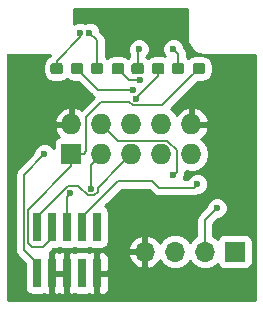
<source format=gbr>
%TF.GenerationSoftware,KiCad,Pcbnew,5.0.2*%
%TF.CreationDate,2019-04-27T21:36:03+08:00*%
%TF.ProjectId,aw-sd-dbg,61772d73-642d-4646-9267-2e6b69636164,rev?*%
%TF.SameCoordinates,Original*%
%TF.FileFunction,Copper,L1,Top*%
%TF.FilePolarity,Positive*%
%FSLAX46Y46*%
G04 Gerber Fmt 4.6, Leading zero omitted, Abs format (unit mm)*
G04 Created by KiCad (PCBNEW 5.0.2) date 2019年04月27日 星期六 21时36分03秒*
%MOMM*%
%LPD*%
G01*
G04 APERTURE LIST*
%ADD10O,1.727200X1.727200*%
%ADD11R,1.727200X1.727200*%
%ADD12C,0.350000*%
%ADD13C,0.950000*%
%ADD14R,0.740000X2.400000*%
%ADD15O,1.700000X1.700000*%
%ADD16R,1.700000X1.700000*%
%ADD17C,0.600000*%
%ADD18C,0.180000*%
%ADD19C,0.254000*%
%ADD20C,0.300000*%
%ADD21C,0.350000*%
G04 APERTURE END LIST*
D10*
X122682000Y-44577000D03*
X122682000Y-47117000D03*
X120142000Y-44577000D03*
X120142000Y-47117000D03*
X117602000Y-44577000D03*
X117602000Y-47117000D03*
X115062000Y-44577000D03*
X115062000Y-47117000D03*
X112522000Y-44577000D03*
D11*
X112522000Y-47117000D03*
D12*
G36*
X121863779Y-39404144D02*
X121886834Y-39407563D01*
X121909443Y-39413227D01*
X121931387Y-39421079D01*
X121952457Y-39431044D01*
X121972448Y-39443026D01*
X121991168Y-39456910D01*
X122008438Y-39472562D01*
X122024090Y-39489832D01*
X122037974Y-39508552D01*
X122049956Y-39528543D01*
X122059921Y-39549613D01*
X122067773Y-39571557D01*
X122073437Y-39594166D01*
X122076856Y-39617221D01*
X122078000Y-39640500D01*
X122078000Y-40115500D01*
X122076856Y-40138779D01*
X122073437Y-40161834D01*
X122067773Y-40184443D01*
X122059921Y-40206387D01*
X122049956Y-40227457D01*
X122037974Y-40247448D01*
X122024090Y-40266168D01*
X122008438Y-40283438D01*
X121991168Y-40299090D01*
X121972448Y-40312974D01*
X121952457Y-40324956D01*
X121931387Y-40334921D01*
X121909443Y-40342773D01*
X121886834Y-40348437D01*
X121863779Y-40351856D01*
X121840500Y-40353000D01*
X121265500Y-40353000D01*
X121242221Y-40351856D01*
X121219166Y-40348437D01*
X121196557Y-40342773D01*
X121174613Y-40334921D01*
X121153543Y-40324956D01*
X121133552Y-40312974D01*
X121114832Y-40299090D01*
X121097562Y-40283438D01*
X121081910Y-40266168D01*
X121068026Y-40247448D01*
X121056044Y-40227457D01*
X121046079Y-40206387D01*
X121038227Y-40184443D01*
X121032563Y-40161834D01*
X121029144Y-40138779D01*
X121028000Y-40115500D01*
X121028000Y-39640500D01*
X121029144Y-39617221D01*
X121032563Y-39594166D01*
X121038227Y-39571557D01*
X121046079Y-39549613D01*
X121056044Y-39528543D01*
X121068026Y-39508552D01*
X121081910Y-39489832D01*
X121097562Y-39472562D01*
X121114832Y-39456910D01*
X121133552Y-39443026D01*
X121153543Y-39431044D01*
X121174613Y-39421079D01*
X121196557Y-39413227D01*
X121219166Y-39407563D01*
X121242221Y-39404144D01*
X121265500Y-39403000D01*
X121840500Y-39403000D01*
X121863779Y-39404144D01*
X121863779Y-39404144D01*
G37*
D13*
X121553000Y-39878000D03*
D12*
G36*
X123613779Y-39404144D02*
X123636834Y-39407563D01*
X123659443Y-39413227D01*
X123681387Y-39421079D01*
X123702457Y-39431044D01*
X123722448Y-39443026D01*
X123741168Y-39456910D01*
X123758438Y-39472562D01*
X123774090Y-39489832D01*
X123787974Y-39508552D01*
X123799956Y-39528543D01*
X123809921Y-39549613D01*
X123817773Y-39571557D01*
X123823437Y-39594166D01*
X123826856Y-39617221D01*
X123828000Y-39640500D01*
X123828000Y-40115500D01*
X123826856Y-40138779D01*
X123823437Y-40161834D01*
X123817773Y-40184443D01*
X123809921Y-40206387D01*
X123799956Y-40227457D01*
X123787974Y-40247448D01*
X123774090Y-40266168D01*
X123758438Y-40283438D01*
X123741168Y-40299090D01*
X123722448Y-40312974D01*
X123702457Y-40324956D01*
X123681387Y-40334921D01*
X123659443Y-40342773D01*
X123636834Y-40348437D01*
X123613779Y-40351856D01*
X123590500Y-40353000D01*
X123015500Y-40353000D01*
X122992221Y-40351856D01*
X122969166Y-40348437D01*
X122946557Y-40342773D01*
X122924613Y-40334921D01*
X122903543Y-40324956D01*
X122883552Y-40312974D01*
X122864832Y-40299090D01*
X122847562Y-40283438D01*
X122831910Y-40266168D01*
X122818026Y-40247448D01*
X122806044Y-40227457D01*
X122796079Y-40206387D01*
X122788227Y-40184443D01*
X122782563Y-40161834D01*
X122779144Y-40138779D01*
X122778000Y-40115500D01*
X122778000Y-39640500D01*
X122779144Y-39617221D01*
X122782563Y-39594166D01*
X122788227Y-39571557D01*
X122796079Y-39549613D01*
X122806044Y-39528543D01*
X122818026Y-39508552D01*
X122831910Y-39489832D01*
X122847562Y-39472562D01*
X122864832Y-39456910D01*
X122883552Y-39443026D01*
X122903543Y-39431044D01*
X122924613Y-39421079D01*
X122946557Y-39413227D01*
X122969166Y-39407563D01*
X122992221Y-39404144D01*
X123015500Y-39403000D01*
X123590500Y-39403000D01*
X123613779Y-39404144D01*
X123613779Y-39404144D01*
G37*
D13*
X123303000Y-39878000D03*
D14*
X114681000Y-53295000D03*
X114681000Y-57195000D03*
X113411000Y-53295000D03*
X113411000Y-57195000D03*
X112141000Y-53295000D03*
X112141000Y-57195000D03*
X110871000Y-53295000D03*
X110871000Y-57195000D03*
X109601000Y-53295000D03*
X109601000Y-57195000D03*
D15*
X118745000Y-55372000D03*
X121285000Y-55372000D03*
X123825000Y-55372000D03*
D16*
X126365000Y-55372000D03*
D12*
G36*
X111576779Y-39404144D02*
X111599834Y-39407563D01*
X111622443Y-39413227D01*
X111644387Y-39421079D01*
X111665457Y-39431044D01*
X111685448Y-39443026D01*
X111704168Y-39456910D01*
X111721438Y-39472562D01*
X111737090Y-39489832D01*
X111750974Y-39508552D01*
X111762956Y-39528543D01*
X111772921Y-39549613D01*
X111780773Y-39571557D01*
X111786437Y-39594166D01*
X111789856Y-39617221D01*
X111791000Y-39640500D01*
X111791000Y-40115500D01*
X111789856Y-40138779D01*
X111786437Y-40161834D01*
X111780773Y-40184443D01*
X111772921Y-40206387D01*
X111762956Y-40227457D01*
X111750974Y-40247448D01*
X111737090Y-40266168D01*
X111721438Y-40283438D01*
X111704168Y-40299090D01*
X111685448Y-40312974D01*
X111665457Y-40324956D01*
X111644387Y-40334921D01*
X111622443Y-40342773D01*
X111599834Y-40348437D01*
X111576779Y-40351856D01*
X111553500Y-40353000D01*
X110978500Y-40353000D01*
X110955221Y-40351856D01*
X110932166Y-40348437D01*
X110909557Y-40342773D01*
X110887613Y-40334921D01*
X110866543Y-40324956D01*
X110846552Y-40312974D01*
X110827832Y-40299090D01*
X110810562Y-40283438D01*
X110794910Y-40266168D01*
X110781026Y-40247448D01*
X110769044Y-40227457D01*
X110759079Y-40206387D01*
X110751227Y-40184443D01*
X110745563Y-40161834D01*
X110742144Y-40138779D01*
X110741000Y-40115500D01*
X110741000Y-39640500D01*
X110742144Y-39617221D01*
X110745563Y-39594166D01*
X110751227Y-39571557D01*
X110759079Y-39549613D01*
X110769044Y-39528543D01*
X110781026Y-39508552D01*
X110794910Y-39489832D01*
X110810562Y-39472562D01*
X110827832Y-39456910D01*
X110846552Y-39443026D01*
X110866543Y-39431044D01*
X110887613Y-39421079D01*
X110909557Y-39413227D01*
X110932166Y-39407563D01*
X110955221Y-39404144D01*
X110978500Y-39403000D01*
X111553500Y-39403000D01*
X111576779Y-39404144D01*
X111576779Y-39404144D01*
G37*
D13*
X111266000Y-39878000D03*
D12*
G36*
X113326779Y-39404144D02*
X113349834Y-39407563D01*
X113372443Y-39413227D01*
X113394387Y-39421079D01*
X113415457Y-39431044D01*
X113435448Y-39443026D01*
X113454168Y-39456910D01*
X113471438Y-39472562D01*
X113487090Y-39489832D01*
X113500974Y-39508552D01*
X113512956Y-39528543D01*
X113522921Y-39549613D01*
X113530773Y-39571557D01*
X113536437Y-39594166D01*
X113539856Y-39617221D01*
X113541000Y-39640500D01*
X113541000Y-40115500D01*
X113539856Y-40138779D01*
X113536437Y-40161834D01*
X113530773Y-40184443D01*
X113522921Y-40206387D01*
X113512956Y-40227457D01*
X113500974Y-40247448D01*
X113487090Y-40266168D01*
X113471438Y-40283438D01*
X113454168Y-40299090D01*
X113435448Y-40312974D01*
X113415457Y-40324956D01*
X113394387Y-40334921D01*
X113372443Y-40342773D01*
X113349834Y-40348437D01*
X113326779Y-40351856D01*
X113303500Y-40353000D01*
X112728500Y-40353000D01*
X112705221Y-40351856D01*
X112682166Y-40348437D01*
X112659557Y-40342773D01*
X112637613Y-40334921D01*
X112616543Y-40324956D01*
X112596552Y-40312974D01*
X112577832Y-40299090D01*
X112560562Y-40283438D01*
X112544910Y-40266168D01*
X112531026Y-40247448D01*
X112519044Y-40227457D01*
X112509079Y-40206387D01*
X112501227Y-40184443D01*
X112495563Y-40161834D01*
X112492144Y-40138779D01*
X112491000Y-40115500D01*
X112491000Y-39640500D01*
X112492144Y-39617221D01*
X112495563Y-39594166D01*
X112501227Y-39571557D01*
X112509079Y-39549613D01*
X112519044Y-39528543D01*
X112531026Y-39508552D01*
X112544910Y-39489832D01*
X112560562Y-39472562D01*
X112577832Y-39456910D01*
X112596552Y-39443026D01*
X112616543Y-39431044D01*
X112637613Y-39421079D01*
X112659557Y-39413227D01*
X112682166Y-39407563D01*
X112705221Y-39404144D01*
X112728500Y-39403000D01*
X113303500Y-39403000D01*
X113326779Y-39404144D01*
X113326779Y-39404144D01*
G37*
D13*
X113016000Y-39878000D03*
D12*
G36*
X115005779Y-39404144D02*
X115028834Y-39407563D01*
X115051443Y-39413227D01*
X115073387Y-39421079D01*
X115094457Y-39431044D01*
X115114448Y-39443026D01*
X115133168Y-39456910D01*
X115150438Y-39472562D01*
X115166090Y-39489832D01*
X115179974Y-39508552D01*
X115191956Y-39528543D01*
X115201921Y-39549613D01*
X115209773Y-39571557D01*
X115215437Y-39594166D01*
X115218856Y-39617221D01*
X115220000Y-39640500D01*
X115220000Y-40115500D01*
X115218856Y-40138779D01*
X115215437Y-40161834D01*
X115209773Y-40184443D01*
X115201921Y-40206387D01*
X115191956Y-40227457D01*
X115179974Y-40247448D01*
X115166090Y-40266168D01*
X115150438Y-40283438D01*
X115133168Y-40299090D01*
X115114448Y-40312974D01*
X115094457Y-40324956D01*
X115073387Y-40334921D01*
X115051443Y-40342773D01*
X115028834Y-40348437D01*
X115005779Y-40351856D01*
X114982500Y-40353000D01*
X114407500Y-40353000D01*
X114384221Y-40351856D01*
X114361166Y-40348437D01*
X114338557Y-40342773D01*
X114316613Y-40334921D01*
X114295543Y-40324956D01*
X114275552Y-40312974D01*
X114256832Y-40299090D01*
X114239562Y-40283438D01*
X114223910Y-40266168D01*
X114210026Y-40247448D01*
X114198044Y-40227457D01*
X114188079Y-40206387D01*
X114180227Y-40184443D01*
X114174563Y-40161834D01*
X114171144Y-40138779D01*
X114170000Y-40115500D01*
X114170000Y-39640500D01*
X114171144Y-39617221D01*
X114174563Y-39594166D01*
X114180227Y-39571557D01*
X114188079Y-39549613D01*
X114198044Y-39528543D01*
X114210026Y-39508552D01*
X114223910Y-39489832D01*
X114239562Y-39472562D01*
X114256832Y-39456910D01*
X114275552Y-39443026D01*
X114295543Y-39431044D01*
X114316613Y-39421079D01*
X114338557Y-39413227D01*
X114361166Y-39407563D01*
X114384221Y-39404144D01*
X114407500Y-39403000D01*
X114982500Y-39403000D01*
X115005779Y-39404144D01*
X115005779Y-39404144D01*
G37*
D13*
X114695000Y-39878000D03*
D12*
G36*
X116755779Y-39404144D02*
X116778834Y-39407563D01*
X116801443Y-39413227D01*
X116823387Y-39421079D01*
X116844457Y-39431044D01*
X116864448Y-39443026D01*
X116883168Y-39456910D01*
X116900438Y-39472562D01*
X116916090Y-39489832D01*
X116929974Y-39508552D01*
X116941956Y-39528543D01*
X116951921Y-39549613D01*
X116959773Y-39571557D01*
X116965437Y-39594166D01*
X116968856Y-39617221D01*
X116970000Y-39640500D01*
X116970000Y-40115500D01*
X116968856Y-40138779D01*
X116965437Y-40161834D01*
X116959773Y-40184443D01*
X116951921Y-40206387D01*
X116941956Y-40227457D01*
X116929974Y-40247448D01*
X116916090Y-40266168D01*
X116900438Y-40283438D01*
X116883168Y-40299090D01*
X116864448Y-40312974D01*
X116844457Y-40324956D01*
X116823387Y-40334921D01*
X116801443Y-40342773D01*
X116778834Y-40348437D01*
X116755779Y-40351856D01*
X116732500Y-40353000D01*
X116157500Y-40353000D01*
X116134221Y-40351856D01*
X116111166Y-40348437D01*
X116088557Y-40342773D01*
X116066613Y-40334921D01*
X116045543Y-40324956D01*
X116025552Y-40312974D01*
X116006832Y-40299090D01*
X115989562Y-40283438D01*
X115973910Y-40266168D01*
X115960026Y-40247448D01*
X115948044Y-40227457D01*
X115938079Y-40206387D01*
X115930227Y-40184443D01*
X115924563Y-40161834D01*
X115921144Y-40138779D01*
X115920000Y-40115500D01*
X115920000Y-39640500D01*
X115921144Y-39617221D01*
X115924563Y-39594166D01*
X115930227Y-39571557D01*
X115938079Y-39549613D01*
X115948044Y-39528543D01*
X115960026Y-39508552D01*
X115973910Y-39489832D01*
X115989562Y-39472562D01*
X116006832Y-39456910D01*
X116025552Y-39443026D01*
X116045543Y-39431044D01*
X116066613Y-39421079D01*
X116088557Y-39413227D01*
X116111166Y-39407563D01*
X116134221Y-39404144D01*
X116157500Y-39403000D01*
X116732500Y-39403000D01*
X116755779Y-39404144D01*
X116755779Y-39404144D01*
G37*
D13*
X116445000Y-39878000D03*
D12*
G36*
X118434779Y-39404144D02*
X118457834Y-39407563D01*
X118480443Y-39413227D01*
X118502387Y-39421079D01*
X118523457Y-39431044D01*
X118543448Y-39443026D01*
X118562168Y-39456910D01*
X118579438Y-39472562D01*
X118595090Y-39489832D01*
X118608974Y-39508552D01*
X118620956Y-39528543D01*
X118630921Y-39549613D01*
X118638773Y-39571557D01*
X118644437Y-39594166D01*
X118647856Y-39617221D01*
X118649000Y-39640500D01*
X118649000Y-40115500D01*
X118647856Y-40138779D01*
X118644437Y-40161834D01*
X118638773Y-40184443D01*
X118630921Y-40206387D01*
X118620956Y-40227457D01*
X118608974Y-40247448D01*
X118595090Y-40266168D01*
X118579438Y-40283438D01*
X118562168Y-40299090D01*
X118543448Y-40312974D01*
X118523457Y-40324956D01*
X118502387Y-40334921D01*
X118480443Y-40342773D01*
X118457834Y-40348437D01*
X118434779Y-40351856D01*
X118411500Y-40353000D01*
X117836500Y-40353000D01*
X117813221Y-40351856D01*
X117790166Y-40348437D01*
X117767557Y-40342773D01*
X117745613Y-40334921D01*
X117724543Y-40324956D01*
X117704552Y-40312974D01*
X117685832Y-40299090D01*
X117668562Y-40283438D01*
X117652910Y-40266168D01*
X117639026Y-40247448D01*
X117627044Y-40227457D01*
X117617079Y-40206387D01*
X117609227Y-40184443D01*
X117603563Y-40161834D01*
X117600144Y-40138779D01*
X117599000Y-40115500D01*
X117599000Y-39640500D01*
X117600144Y-39617221D01*
X117603563Y-39594166D01*
X117609227Y-39571557D01*
X117617079Y-39549613D01*
X117627044Y-39528543D01*
X117639026Y-39508552D01*
X117652910Y-39489832D01*
X117668562Y-39472562D01*
X117685832Y-39456910D01*
X117704552Y-39443026D01*
X117724543Y-39431044D01*
X117745613Y-39421079D01*
X117767557Y-39413227D01*
X117790166Y-39407563D01*
X117813221Y-39404144D01*
X117836500Y-39403000D01*
X118411500Y-39403000D01*
X118434779Y-39404144D01*
X118434779Y-39404144D01*
G37*
D13*
X118124000Y-39878000D03*
D12*
G36*
X120184779Y-39404144D02*
X120207834Y-39407563D01*
X120230443Y-39413227D01*
X120252387Y-39421079D01*
X120273457Y-39431044D01*
X120293448Y-39443026D01*
X120312168Y-39456910D01*
X120329438Y-39472562D01*
X120345090Y-39489832D01*
X120358974Y-39508552D01*
X120370956Y-39528543D01*
X120380921Y-39549613D01*
X120388773Y-39571557D01*
X120394437Y-39594166D01*
X120397856Y-39617221D01*
X120399000Y-39640500D01*
X120399000Y-40115500D01*
X120397856Y-40138779D01*
X120394437Y-40161834D01*
X120388773Y-40184443D01*
X120380921Y-40206387D01*
X120370956Y-40227457D01*
X120358974Y-40247448D01*
X120345090Y-40266168D01*
X120329438Y-40283438D01*
X120312168Y-40299090D01*
X120293448Y-40312974D01*
X120273457Y-40324956D01*
X120252387Y-40334921D01*
X120230443Y-40342773D01*
X120207834Y-40348437D01*
X120184779Y-40351856D01*
X120161500Y-40353000D01*
X119586500Y-40353000D01*
X119563221Y-40351856D01*
X119540166Y-40348437D01*
X119517557Y-40342773D01*
X119495613Y-40334921D01*
X119474543Y-40324956D01*
X119454552Y-40312974D01*
X119435832Y-40299090D01*
X119418562Y-40283438D01*
X119402910Y-40266168D01*
X119389026Y-40247448D01*
X119377044Y-40227457D01*
X119367079Y-40206387D01*
X119359227Y-40184443D01*
X119353563Y-40161834D01*
X119350144Y-40138779D01*
X119349000Y-40115500D01*
X119349000Y-39640500D01*
X119350144Y-39617221D01*
X119353563Y-39594166D01*
X119359227Y-39571557D01*
X119367079Y-39549613D01*
X119377044Y-39528543D01*
X119389026Y-39508552D01*
X119402910Y-39489832D01*
X119418562Y-39472562D01*
X119435832Y-39456910D01*
X119454552Y-39443026D01*
X119474543Y-39431044D01*
X119495613Y-39421079D01*
X119517557Y-39413227D01*
X119540166Y-39407563D01*
X119563221Y-39404144D01*
X119586500Y-39403000D01*
X120161500Y-39403000D01*
X120184779Y-39404144D01*
X120184779Y-39404144D01*
G37*
D13*
X119874000Y-39878000D03*
D17*
X113265997Y-36830000D03*
X114046000Y-36830000D03*
X107315000Y-38862000D03*
X127889000Y-38862000D03*
X127889000Y-59309000D03*
X107315000Y-59309000D03*
X118237000Y-38227000D03*
X124841000Y-51689000D03*
X121158000Y-38227000D03*
X110236000Y-47117000D03*
X121157998Y-48895000D03*
X123190000Y-49657004D03*
X118341942Y-40871942D03*
X117729000Y-41656000D03*
X112424051Y-50448051D03*
X114173000Y-50038000D03*
X117983000Y-42418000D03*
D18*
X111266000Y-39229000D02*
X111266000Y-39878000D01*
X113265997Y-36830000D02*
X113265997Y-37229003D01*
X113265997Y-37229003D02*
X111266000Y-39229000D01*
X114695000Y-37479000D02*
X114695000Y-39878000D01*
X114046000Y-36830000D02*
X114695000Y-37479000D01*
X118124000Y-39878000D02*
X118124000Y-38340000D01*
X118124000Y-38340000D02*
X118237000Y-38227000D01*
X123825000Y-54169919D02*
X123825000Y-55372000D01*
X123825000Y-52705000D02*
X123825000Y-54169919D01*
X124841000Y-51689000D02*
X123825000Y-52705000D01*
X121553000Y-38622000D02*
X121553000Y-39878000D01*
X121158000Y-38227000D02*
X121553000Y-38622000D01*
X108478990Y-48874010D02*
X110236000Y-47117000D01*
X108478990Y-55242990D02*
X108478990Y-48874010D01*
X109601000Y-57195000D02*
X109601000Y-56365000D01*
X109601000Y-56365000D02*
X108478990Y-55242990D01*
X121457997Y-46781997D02*
X121457997Y-48595001D01*
X120659399Y-45983399D02*
X121457997Y-46781997D01*
X121457997Y-48595001D02*
X121157998Y-48895000D01*
X116468399Y-45983399D02*
X120659399Y-45983399D01*
X115062000Y-44577000D02*
X116468399Y-45983399D01*
X112522000Y-48160600D02*
X112522000Y-47117000D01*
X110871000Y-54229000D02*
X110109000Y-54991000D01*
X110109000Y-54991000D02*
X109220000Y-54991000D01*
X108839000Y-54610000D02*
X108839000Y-51843600D01*
X109220000Y-54991000D02*
X108839000Y-54610000D01*
X110871000Y-53295000D02*
X110871000Y-54229000D01*
X108839000Y-51843600D02*
X112522000Y-48160600D01*
X122803928Y-40377072D02*
X123303000Y-39878000D01*
X113565600Y-47117000D02*
X113792000Y-46890600D01*
X112522000Y-47117000D02*
X113565600Y-47117000D01*
X113792000Y-46890600D02*
X113792000Y-43942000D01*
X120192998Y-42988002D02*
X122803928Y-40377072D01*
X113792000Y-43942000D02*
X115062000Y-42672000D01*
X117709398Y-42988002D02*
X120192998Y-42988002D01*
X115062000Y-42672000D02*
X117393396Y-42672000D01*
X117393396Y-42672000D02*
X117709398Y-42988002D01*
X119378868Y-49403000D02*
X119932871Y-49957003D01*
X113411000Y-52465000D02*
X116473000Y-49403000D01*
X116473000Y-49403000D02*
X119378868Y-49403000D01*
X122890001Y-49957003D02*
X123190000Y-49657004D01*
X119932871Y-49957003D02*
X122890001Y-49957003D01*
X113411000Y-53295000D02*
X113411000Y-52465000D01*
X116445000Y-39878000D02*
X117438942Y-40871942D01*
X117438942Y-40871942D02*
X117917678Y-40871942D01*
X117917678Y-40871942D02*
X118341942Y-40871942D01*
X112262398Y-49803602D02*
X113094998Y-49803602D01*
X109601000Y-53295000D02*
X109601000Y-52465000D01*
X114743002Y-49975998D02*
X116738401Y-47980599D01*
X109601000Y-52465000D02*
X112262398Y-49803602D01*
X116738401Y-47980599D02*
X117602000Y-47117000D01*
X114743002Y-50311602D02*
X114743002Y-49975998D01*
X114446602Y-50608002D02*
X114743002Y-50311602D01*
X113899398Y-50608002D02*
X114446602Y-50608002D01*
X113094998Y-49803602D02*
X113899398Y-50608002D01*
X113016000Y-39878000D02*
X114794000Y-41656000D01*
X114794000Y-41656000D02*
X117729000Y-41656000D01*
X112141000Y-50731102D02*
X112141000Y-53295000D01*
X112424051Y-50448051D02*
X112141000Y-50731102D01*
X115062000Y-47117000D02*
X114173000Y-48006000D01*
X114173000Y-48006000D02*
X114173000Y-49613736D01*
X114173000Y-49613736D02*
X114173000Y-50038000D01*
X119874000Y-39878000D02*
X119874000Y-40527000D01*
X119874000Y-40527000D02*
X118282999Y-42118001D01*
X118282999Y-42118001D02*
X117983000Y-42418000D01*
D19*
G36*
X122290001Y-37030349D02*
X122279124Y-37056608D01*
X122279123Y-37343390D01*
X122340019Y-37649538D01*
X122340020Y-37649540D01*
X122340020Y-37649541D01*
X122449767Y-37914493D01*
X122623186Y-38174031D01*
X122676156Y-38227000D01*
X122825969Y-38376814D01*
X123085507Y-38550233D01*
X123350459Y-38659980D01*
X123350461Y-38659980D01*
X123350463Y-38659981D01*
X123656610Y-38720877D01*
X123656611Y-38720877D01*
X123727612Y-38735000D01*
X128037048Y-38735000D01*
X128053804Y-38746196D01*
X128065000Y-38762952D01*
X128065001Y-59437046D01*
X128053804Y-59453804D01*
X128037048Y-59465000D01*
X107162952Y-59465000D01*
X107146196Y-59453804D01*
X107135000Y-59437048D01*
X107135000Y-44217973D01*
X111067032Y-44217973D01*
X111187531Y-44450000D01*
X112395000Y-44450000D01*
X112395000Y-43243183D01*
X112162974Y-43122042D01*
X111747053Y-43294312D01*
X111315179Y-43688510D01*
X111067032Y-44217973D01*
X107135000Y-44217973D01*
X107135000Y-38762952D01*
X107146196Y-38746196D01*
X107162952Y-38735000D01*
X110724132Y-38735000D01*
X110702859Y-38766837D01*
X110702858Y-38766838D01*
X110669298Y-38817064D01*
X110639848Y-38822922D01*
X110352753Y-39014753D01*
X110160922Y-39301848D01*
X110093560Y-39640500D01*
X110093560Y-40115500D01*
X110160922Y-40454152D01*
X110352753Y-40741247D01*
X110639848Y-40933078D01*
X110978500Y-41000440D01*
X111553500Y-41000440D01*
X111892152Y-40933078D01*
X112141000Y-40766803D01*
X112389848Y-40933078D01*
X112728500Y-41000440D01*
X113113136Y-41000440D01*
X114230857Y-42118161D01*
X114271305Y-42178695D01*
X114426381Y-42282314D01*
X113358344Y-43350352D01*
X113296947Y-43294312D01*
X112881026Y-43122042D01*
X112649000Y-43243183D01*
X112649000Y-44450000D01*
X112669000Y-44450000D01*
X112669000Y-44704000D01*
X112649000Y-44704000D01*
X112649000Y-44724000D01*
X112395000Y-44724000D01*
X112395000Y-44704000D01*
X111187531Y-44704000D01*
X111067032Y-44936027D01*
X111315179Y-45465490D01*
X111502950Y-45636881D01*
X111410635Y-45655243D01*
X111200591Y-45795591D01*
X111060243Y-46005635D01*
X111010960Y-46253400D01*
X111010960Y-46569670D01*
X110765635Y-46324345D01*
X110421983Y-46182000D01*
X110050017Y-46182000D01*
X109706365Y-46324345D01*
X109443345Y-46587365D01*
X109301000Y-46931017D01*
X109301000Y-47026695D01*
X108016826Y-48310869D01*
X107956296Y-48351315D01*
X107915850Y-48411846D01*
X107915848Y-48411848D01*
X107796055Y-48591130D01*
X107739788Y-48874010D01*
X107753991Y-48945415D01*
X107753990Y-55171590D01*
X107739788Y-55242990D01*
X107753990Y-55314390D01*
X107753990Y-55314393D01*
X107779652Y-55443404D01*
X107796055Y-55525870D01*
X107894990Y-55673935D01*
X107956295Y-55765684D01*
X108016826Y-55806130D01*
X108583560Y-56372864D01*
X108583560Y-58395000D01*
X108632843Y-58642765D01*
X108773191Y-58852809D01*
X108983235Y-58993157D01*
X109231000Y-59042440D01*
X109971000Y-59042440D01*
X110218765Y-58993157D01*
X110244396Y-58976031D01*
X110374690Y-59030000D01*
X110585250Y-59030000D01*
X110744000Y-58871250D01*
X110744000Y-57322000D01*
X110998000Y-57322000D01*
X110998000Y-58871250D01*
X111156750Y-59030000D01*
X111367310Y-59030000D01*
X111506000Y-58972553D01*
X111644690Y-59030000D01*
X111855250Y-59030000D01*
X112014000Y-58871250D01*
X112014000Y-57322000D01*
X110998000Y-57322000D01*
X110744000Y-57322000D01*
X110724000Y-57322000D01*
X110724000Y-57068000D01*
X110744000Y-57068000D01*
X110744000Y-55518750D01*
X110998000Y-55518750D01*
X110998000Y-57068000D01*
X112014000Y-57068000D01*
X112014000Y-55518750D01*
X112268000Y-55518750D01*
X112268000Y-57068000D01*
X112288000Y-57068000D01*
X112288000Y-57322000D01*
X112268000Y-57322000D01*
X112268000Y-58871250D01*
X112426750Y-59030000D01*
X112637310Y-59030000D01*
X112767604Y-58976031D01*
X112793235Y-58993157D01*
X113041000Y-59042440D01*
X113781000Y-59042440D01*
X114028765Y-58993157D01*
X114054396Y-58976031D01*
X114184690Y-59030000D01*
X114395250Y-59030000D01*
X114554000Y-58871250D01*
X114554000Y-57322000D01*
X114808000Y-57322000D01*
X114808000Y-58871250D01*
X114966750Y-59030000D01*
X115177310Y-59030000D01*
X115410699Y-58933327D01*
X115589327Y-58754698D01*
X115686000Y-58521309D01*
X115686000Y-57480750D01*
X115527250Y-57322000D01*
X114808000Y-57322000D01*
X114554000Y-57322000D01*
X114534000Y-57322000D01*
X114534000Y-57068000D01*
X114554000Y-57068000D01*
X114554000Y-55518750D01*
X114808000Y-55518750D01*
X114808000Y-57068000D01*
X115527250Y-57068000D01*
X115686000Y-56909250D01*
X115686000Y-55868691D01*
X115628094Y-55728892D01*
X117303514Y-55728892D01*
X117549817Y-56253358D01*
X117978076Y-56643645D01*
X118388110Y-56813476D01*
X118618000Y-56692155D01*
X118618000Y-55499000D01*
X117424181Y-55499000D01*
X117303514Y-55728892D01*
X115628094Y-55728892D01*
X115589327Y-55635302D01*
X115410699Y-55456673D01*
X115177310Y-55360000D01*
X114966750Y-55360000D01*
X114808000Y-55518750D01*
X114554000Y-55518750D01*
X114395250Y-55360000D01*
X114184690Y-55360000D01*
X114054396Y-55413969D01*
X114028765Y-55396843D01*
X113781000Y-55347560D01*
X113041000Y-55347560D01*
X112793235Y-55396843D01*
X112767604Y-55413969D01*
X112637310Y-55360000D01*
X112426750Y-55360000D01*
X112268000Y-55518750D01*
X112014000Y-55518750D01*
X111855250Y-55360000D01*
X111644690Y-55360000D01*
X111506000Y-55417447D01*
X111367310Y-55360000D01*
X111156750Y-55360000D01*
X110998000Y-55518750D01*
X110744000Y-55518750D01*
X110675277Y-55450027D01*
X110982864Y-55142440D01*
X111241000Y-55142440D01*
X111488765Y-55093157D01*
X111506000Y-55081641D01*
X111523235Y-55093157D01*
X111771000Y-55142440D01*
X112511000Y-55142440D01*
X112758765Y-55093157D01*
X112776000Y-55081641D01*
X112793235Y-55093157D01*
X113041000Y-55142440D01*
X113781000Y-55142440D01*
X114028765Y-55093157D01*
X114046000Y-55081641D01*
X114063235Y-55093157D01*
X114311000Y-55142440D01*
X115051000Y-55142440D01*
X115298765Y-55093157D01*
X115415572Y-55015108D01*
X117303514Y-55015108D01*
X117424181Y-55245000D01*
X118618000Y-55245000D01*
X118618000Y-54051845D01*
X118872000Y-54051845D01*
X118872000Y-55245000D01*
X118892000Y-55245000D01*
X118892000Y-55499000D01*
X118872000Y-55499000D01*
X118872000Y-56692155D01*
X119101890Y-56813476D01*
X119511924Y-56643645D01*
X119940183Y-56253358D01*
X120001157Y-56123522D01*
X120214375Y-56442625D01*
X120705582Y-56770839D01*
X121138744Y-56857000D01*
X121431256Y-56857000D01*
X121864418Y-56770839D01*
X122355625Y-56442625D01*
X122555000Y-56144239D01*
X122754375Y-56442625D01*
X123245582Y-56770839D01*
X123678744Y-56857000D01*
X123971256Y-56857000D01*
X124404418Y-56770839D01*
X124895625Y-56442625D01*
X124907816Y-56424381D01*
X124916843Y-56469765D01*
X125057191Y-56679809D01*
X125267235Y-56820157D01*
X125515000Y-56869440D01*
X127215000Y-56869440D01*
X127462765Y-56820157D01*
X127672809Y-56679809D01*
X127813157Y-56469765D01*
X127862440Y-56222000D01*
X127862440Y-54522000D01*
X127813157Y-54274235D01*
X127672809Y-54064191D01*
X127462765Y-53923843D01*
X127215000Y-53874560D01*
X125515000Y-53874560D01*
X125267235Y-53923843D01*
X125057191Y-54064191D01*
X124916843Y-54274235D01*
X124907816Y-54319619D01*
X124895625Y-54301375D01*
X124550000Y-54070436D01*
X124550000Y-53005304D01*
X124931305Y-52624000D01*
X125026983Y-52624000D01*
X125370635Y-52481655D01*
X125633655Y-52218635D01*
X125776000Y-51874983D01*
X125776000Y-51503017D01*
X125633655Y-51159365D01*
X125370635Y-50896345D01*
X125026983Y-50754000D01*
X124655017Y-50754000D01*
X124311365Y-50896345D01*
X124048345Y-51159365D01*
X123906000Y-51503017D01*
X123906000Y-51598695D01*
X123362836Y-52141860D01*
X123302305Y-52182306D01*
X123142065Y-52422120D01*
X123100000Y-52633597D01*
X123100000Y-52633600D01*
X123085798Y-52705000D01*
X123100000Y-52776400D01*
X123100001Y-54070435D01*
X122754375Y-54301375D01*
X122555000Y-54599761D01*
X122355625Y-54301375D01*
X121864418Y-53973161D01*
X121431256Y-53887000D01*
X121138744Y-53887000D01*
X120705582Y-53973161D01*
X120214375Y-54301375D01*
X120001157Y-54620478D01*
X119940183Y-54490642D01*
X119511924Y-54100355D01*
X119101890Y-53930524D01*
X118872000Y-54051845D01*
X118618000Y-54051845D01*
X118388110Y-53930524D01*
X117978076Y-54100355D01*
X117549817Y-54490642D01*
X117303514Y-55015108D01*
X115415572Y-55015108D01*
X115508809Y-54952809D01*
X115649157Y-54742765D01*
X115698440Y-54495000D01*
X115698440Y-52095000D01*
X115649157Y-51847235D01*
X115508809Y-51637191D01*
X115362125Y-51539179D01*
X116773305Y-50128000D01*
X119078564Y-50128000D01*
X119369728Y-50419164D01*
X119410176Y-50479698D01*
X119649990Y-50639938D01*
X119861467Y-50682003D01*
X119861471Y-50682003D01*
X119932871Y-50696205D01*
X120004271Y-50682003D01*
X122818601Y-50682003D01*
X122890001Y-50696205D01*
X122961401Y-50682003D01*
X122961405Y-50682003D01*
X123172882Y-50639938D01*
X123244620Y-50592004D01*
X123375983Y-50592004D01*
X123719635Y-50449659D01*
X123982655Y-50186639D01*
X124125000Y-49842987D01*
X124125000Y-49471021D01*
X123982655Y-49127369D01*
X123719635Y-48864349D01*
X123375983Y-48722004D01*
X123004017Y-48722004D01*
X122660365Y-48864349D01*
X122397345Y-49127369D01*
X122354004Y-49232003D01*
X122030444Y-49232003D01*
X122092998Y-49080983D01*
X122092998Y-48949620D01*
X122140932Y-48877882D01*
X122182997Y-48666405D01*
X122182997Y-48666401D01*
X122197199Y-48595001D01*
X122187574Y-48546612D01*
X122534402Y-48615600D01*
X122829598Y-48615600D01*
X123266725Y-48528650D01*
X123762430Y-48197430D01*
X124093650Y-47701725D01*
X124209959Y-47117000D01*
X124093650Y-46532275D01*
X123762430Y-46036570D01*
X123474174Y-45843963D01*
X123888821Y-45465490D01*
X124136968Y-44936027D01*
X124016469Y-44704000D01*
X122809000Y-44704000D01*
X122809000Y-44724000D01*
X122555000Y-44724000D01*
X122555000Y-44704000D01*
X122535000Y-44704000D01*
X122535000Y-44450000D01*
X122555000Y-44450000D01*
X122555000Y-43243183D01*
X122809000Y-43243183D01*
X122809000Y-44450000D01*
X124016469Y-44450000D01*
X124136968Y-44217973D01*
X123888821Y-43688510D01*
X123456947Y-43294312D01*
X123041026Y-43122042D01*
X122809000Y-43243183D01*
X122555000Y-43243183D01*
X122322974Y-43122042D01*
X121907053Y-43294312D01*
X121475179Y-43688510D01*
X121423854Y-43798021D01*
X121222430Y-43496570D01*
X120915091Y-43291213D01*
X123205864Y-41000440D01*
X123590500Y-41000440D01*
X123929152Y-40933078D01*
X124216247Y-40741247D01*
X124408078Y-40454152D01*
X124475440Y-40115500D01*
X124475440Y-39640500D01*
X124408078Y-39301848D01*
X124216247Y-39014753D01*
X123929152Y-38822922D01*
X123590500Y-38755560D01*
X123015500Y-38755560D01*
X122676848Y-38822922D01*
X122428000Y-38989197D01*
X122278000Y-38888970D01*
X122278000Y-38693398D01*
X122292202Y-38621999D01*
X122278000Y-38550600D01*
X122278000Y-38550596D01*
X122235935Y-38339119D01*
X122161035Y-38227025D01*
X122116142Y-38159838D01*
X122116140Y-38159836D01*
X122093000Y-38125205D01*
X122093000Y-38041017D01*
X121950655Y-37697365D01*
X121687635Y-37434345D01*
X121343983Y-37292000D01*
X120972017Y-37292000D01*
X120628365Y-37434345D01*
X120365345Y-37697365D01*
X120223000Y-38041017D01*
X120223000Y-38412983D01*
X120365345Y-38756635D01*
X120414618Y-38805908D01*
X120161500Y-38755560D01*
X119586500Y-38755560D01*
X119247848Y-38822922D01*
X118999000Y-38989197D01*
X118877966Y-38908324D01*
X119029655Y-38756635D01*
X119172000Y-38412983D01*
X119172000Y-38041017D01*
X119029655Y-37697365D01*
X118766635Y-37434345D01*
X118422983Y-37292000D01*
X118051017Y-37292000D01*
X117707365Y-37434345D01*
X117444345Y-37697365D01*
X117302000Y-38041017D01*
X117302000Y-38412983D01*
X117399001Y-38647164D01*
X117399001Y-38888970D01*
X117284500Y-38965477D01*
X117071152Y-38822922D01*
X116732500Y-38755560D01*
X116157500Y-38755560D01*
X115818848Y-38822922D01*
X115570000Y-38989197D01*
X115420000Y-38888970D01*
X115420000Y-37550400D01*
X115434202Y-37479000D01*
X115420000Y-37407600D01*
X115420000Y-37407596D01*
X115377935Y-37196119D01*
X115284716Y-37056609D01*
X115258142Y-37016838D01*
X115258140Y-37016836D01*
X115217694Y-36956305D01*
X115157163Y-36915859D01*
X114981000Y-36739696D01*
X114981000Y-36644017D01*
X114838655Y-36300365D01*
X114575635Y-36037345D01*
X114231983Y-35895000D01*
X113860017Y-35895000D01*
X113655999Y-35979507D01*
X113451980Y-35895000D01*
X113080014Y-35895000D01*
X112736362Y-36037345D01*
X112710000Y-36063707D01*
X112710000Y-34799092D01*
X122290000Y-34796953D01*
X122290001Y-37030349D01*
X122290001Y-37030349D01*
G37*
X122290001Y-37030349D02*
X122279124Y-37056608D01*
X122279123Y-37343390D01*
X122340019Y-37649538D01*
X122340020Y-37649540D01*
X122340020Y-37649541D01*
X122449767Y-37914493D01*
X122623186Y-38174031D01*
X122676156Y-38227000D01*
X122825969Y-38376814D01*
X123085507Y-38550233D01*
X123350459Y-38659980D01*
X123350461Y-38659980D01*
X123350463Y-38659981D01*
X123656610Y-38720877D01*
X123656611Y-38720877D01*
X123727612Y-38735000D01*
X128037048Y-38735000D01*
X128053804Y-38746196D01*
X128065000Y-38762952D01*
X128065001Y-59437046D01*
X128053804Y-59453804D01*
X128037048Y-59465000D01*
X107162952Y-59465000D01*
X107146196Y-59453804D01*
X107135000Y-59437048D01*
X107135000Y-44217973D01*
X111067032Y-44217973D01*
X111187531Y-44450000D01*
X112395000Y-44450000D01*
X112395000Y-43243183D01*
X112162974Y-43122042D01*
X111747053Y-43294312D01*
X111315179Y-43688510D01*
X111067032Y-44217973D01*
X107135000Y-44217973D01*
X107135000Y-38762952D01*
X107146196Y-38746196D01*
X107162952Y-38735000D01*
X110724132Y-38735000D01*
X110702859Y-38766837D01*
X110702858Y-38766838D01*
X110669298Y-38817064D01*
X110639848Y-38822922D01*
X110352753Y-39014753D01*
X110160922Y-39301848D01*
X110093560Y-39640500D01*
X110093560Y-40115500D01*
X110160922Y-40454152D01*
X110352753Y-40741247D01*
X110639848Y-40933078D01*
X110978500Y-41000440D01*
X111553500Y-41000440D01*
X111892152Y-40933078D01*
X112141000Y-40766803D01*
X112389848Y-40933078D01*
X112728500Y-41000440D01*
X113113136Y-41000440D01*
X114230857Y-42118161D01*
X114271305Y-42178695D01*
X114426381Y-42282314D01*
X113358344Y-43350352D01*
X113296947Y-43294312D01*
X112881026Y-43122042D01*
X112649000Y-43243183D01*
X112649000Y-44450000D01*
X112669000Y-44450000D01*
X112669000Y-44704000D01*
X112649000Y-44704000D01*
X112649000Y-44724000D01*
X112395000Y-44724000D01*
X112395000Y-44704000D01*
X111187531Y-44704000D01*
X111067032Y-44936027D01*
X111315179Y-45465490D01*
X111502950Y-45636881D01*
X111410635Y-45655243D01*
X111200591Y-45795591D01*
X111060243Y-46005635D01*
X111010960Y-46253400D01*
X111010960Y-46569670D01*
X110765635Y-46324345D01*
X110421983Y-46182000D01*
X110050017Y-46182000D01*
X109706365Y-46324345D01*
X109443345Y-46587365D01*
X109301000Y-46931017D01*
X109301000Y-47026695D01*
X108016826Y-48310869D01*
X107956296Y-48351315D01*
X107915850Y-48411846D01*
X107915848Y-48411848D01*
X107796055Y-48591130D01*
X107739788Y-48874010D01*
X107753991Y-48945415D01*
X107753990Y-55171590D01*
X107739788Y-55242990D01*
X107753990Y-55314390D01*
X107753990Y-55314393D01*
X107779652Y-55443404D01*
X107796055Y-55525870D01*
X107894990Y-55673935D01*
X107956295Y-55765684D01*
X108016826Y-55806130D01*
X108583560Y-56372864D01*
X108583560Y-58395000D01*
X108632843Y-58642765D01*
X108773191Y-58852809D01*
X108983235Y-58993157D01*
X109231000Y-59042440D01*
X109971000Y-59042440D01*
X110218765Y-58993157D01*
X110244396Y-58976031D01*
X110374690Y-59030000D01*
X110585250Y-59030000D01*
X110744000Y-58871250D01*
X110744000Y-57322000D01*
X110998000Y-57322000D01*
X110998000Y-58871250D01*
X111156750Y-59030000D01*
X111367310Y-59030000D01*
X111506000Y-58972553D01*
X111644690Y-59030000D01*
X111855250Y-59030000D01*
X112014000Y-58871250D01*
X112014000Y-57322000D01*
X110998000Y-57322000D01*
X110744000Y-57322000D01*
X110724000Y-57322000D01*
X110724000Y-57068000D01*
X110744000Y-57068000D01*
X110744000Y-55518750D01*
X110998000Y-55518750D01*
X110998000Y-57068000D01*
X112014000Y-57068000D01*
X112014000Y-55518750D01*
X112268000Y-55518750D01*
X112268000Y-57068000D01*
X112288000Y-57068000D01*
X112288000Y-57322000D01*
X112268000Y-57322000D01*
X112268000Y-58871250D01*
X112426750Y-59030000D01*
X112637310Y-59030000D01*
X112767604Y-58976031D01*
X112793235Y-58993157D01*
X113041000Y-59042440D01*
X113781000Y-59042440D01*
X114028765Y-58993157D01*
X114054396Y-58976031D01*
X114184690Y-59030000D01*
X114395250Y-59030000D01*
X114554000Y-58871250D01*
X114554000Y-57322000D01*
X114808000Y-57322000D01*
X114808000Y-58871250D01*
X114966750Y-59030000D01*
X115177310Y-59030000D01*
X115410699Y-58933327D01*
X115589327Y-58754698D01*
X115686000Y-58521309D01*
X115686000Y-57480750D01*
X115527250Y-57322000D01*
X114808000Y-57322000D01*
X114554000Y-57322000D01*
X114534000Y-57322000D01*
X114534000Y-57068000D01*
X114554000Y-57068000D01*
X114554000Y-55518750D01*
X114808000Y-55518750D01*
X114808000Y-57068000D01*
X115527250Y-57068000D01*
X115686000Y-56909250D01*
X115686000Y-55868691D01*
X115628094Y-55728892D01*
X117303514Y-55728892D01*
X117549817Y-56253358D01*
X117978076Y-56643645D01*
X118388110Y-56813476D01*
X118618000Y-56692155D01*
X118618000Y-55499000D01*
X117424181Y-55499000D01*
X117303514Y-55728892D01*
X115628094Y-55728892D01*
X115589327Y-55635302D01*
X115410699Y-55456673D01*
X115177310Y-55360000D01*
X114966750Y-55360000D01*
X114808000Y-55518750D01*
X114554000Y-55518750D01*
X114395250Y-55360000D01*
X114184690Y-55360000D01*
X114054396Y-55413969D01*
X114028765Y-55396843D01*
X113781000Y-55347560D01*
X113041000Y-55347560D01*
X112793235Y-55396843D01*
X112767604Y-55413969D01*
X112637310Y-55360000D01*
X112426750Y-55360000D01*
X112268000Y-55518750D01*
X112014000Y-55518750D01*
X111855250Y-55360000D01*
X111644690Y-55360000D01*
X111506000Y-55417447D01*
X111367310Y-55360000D01*
X111156750Y-55360000D01*
X110998000Y-55518750D01*
X110744000Y-55518750D01*
X110675277Y-55450027D01*
X110982864Y-55142440D01*
X111241000Y-55142440D01*
X111488765Y-55093157D01*
X111506000Y-55081641D01*
X111523235Y-55093157D01*
X111771000Y-55142440D01*
X112511000Y-55142440D01*
X112758765Y-55093157D01*
X112776000Y-55081641D01*
X112793235Y-55093157D01*
X113041000Y-55142440D01*
X113781000Y-55142440D01*
X114028765Y-55093157D01*
X114046000Y-55081641D01*
X114063235Y-55093157D01*
X114311000Y-55142440D01*
X115051000Y-55142440D01*
X115298765Y-55093157D01*
X115415572Y-55015108D01*
X117303514Y-55015108D01*
X117424181Y-55245000D01*
X118618000Y-55245000D01*
X118618000Y-54051845D01*
X118872000Y-54051845D01*
X118872000Y-55245000D01*
X118892000Y-55245000D01*
X118892000Y-55499000D01*
X118872000Y-55499000D01*
X118872000Y-56692155D01*
X119101890Y-56813476D01*
X119511924Y-56643645D01*
X119940183Y-56253358D01*
X120001157Y-56123522D01*
X120214375Y-56442625D01*
X120705582Y-56770839D01*
X121138744Y-56857000D01*
X121431256Y-56857000D01*
X121864418Y-56770839D01*
X122355625Y-56442625D01*
X122555000Y-56144239D01*
X122754375Y-56442625D01*
X123245582Y-56770839D01*
X123678744Y-56857000D01*
X123971256Y-56857000D01*
X124404418Y-56770839D01*
X124895625Y-56442625D01*
X124907816Y-56424381D01*
X124916843Y-56469765D01*
X125057191Y-56679809D01*
X125267235Y-56820157D01*
X125515000Y-56869440D01*
X127215000Y-56869440D01*
X127462765Y-56820157D01*
X127672809Y-56679809D01*
X127813157Y-56469765D01*
X127862440Y-56222000D01*
X127862440Y-54522000D01*
X127813157Y-54274235D01*
X127672809Y-54064191D01*
X127462765Y-53923843D01*
X127215000Y-53874560D01*
X125515000Y-53874560D01*
X125267235Y-53923843D01*
X125057191Y-54064191D01*
X124916843Y-54274235D01*
X124907816Y-54319619D01*
X124895625Y-54301375D01*
X124550000Y-54070436D01*
X124550000Y-53005304D01*
X124931305Y-52624000D01*
X125026983Y-52624000D01*
X125370635Y-52481655D01*
X125633655Y-52218635D01*
X125776000Y-51874983D01*
X125776000Y-51503017D01*
X125633655Y-51159365D01*
X125370635Y-50896345D01*
X125026983Y-50754000D01*
X124655017Y-50754000D01*
X124311365Y-50896345D01*
X124048345Y-51159365D01*
X123906000Y-51503017D01*
X123906000Y-51598695D01*
X123362836Y-52141860D01*
X123302305Y-52182306D01*
X123142065Y-52422120D01*
X123100000Y-52633597D01*
X123100000Y-52633600D01*
X123085798Y-52705000D01*
X123100000Y-52776400D01*
X123100001Y-54070435D01*
X122754375Y-54301375D01*
X122555000Y-54599761D01*
X122355625Y-54301375D01*
X121864418Y-53973161D01*
X121431256Y-53887000D01*
X121138744Y-53887000D01*
X120705582Y-53973161D01*
X120214375Y-54301375D01*
X120001157Y-54620478D01*
X119940183Y-54490642D01*
X119511924Y-54100355D01*
X119101890Y-53930524D01*
X118872000Y-54051845D01*
X118618000Y-54051845D01*
X118388110Y-53930524D01*
X117978076Y-54100355D01*
X117549817Y-54490642D01*
X117303514Y-55015108D01*
X115415572Y-55015108D01*
X115508809Y-54952809D01*
X115649157Y-54742765D01*
X115698440Y-54495000D01*
X115698440Y-52095000D01*
X115649157Y-51847235D01*
X115508809Y-51637191D01*
X115362125Y-51539179D01*
X116773305Y-50128000D01*
X119078564Y-50128000D01*
X119369728Y-50419164D01*
X119410176Y-50479698D01*
X119649990Y-50639938D01*
X119861467Y-50682003D01*
X119861471Y-50682003D01*
X119932871Y-50696205D01*
X120004271Y-50682003D01*
X122818601Y-50682003D01*
X122890001Y-50696205D01*
X122961401Y-50682003D01*
X122961405Y-50682003D01*
X123172882Y-50639938D01*
X123244620Y-50592004D01*
X123375983Y-50592004D01*
X123719635Y-50449659D01*
X123982655Y-50186639D01*
X124125000Y-49842987D01*
X124125000Y-49471021D01*
X123982655Y-49127369D01*
X123719635Y-48864349D01*
X123375983Y-48722004D01*
X123004017Y-48722004D01*
X122660365Y-48864349D01*
X122397345Y-49127369D01*
X122354004Y-49232003D01*
X122030444Y-49232003D01*
X122092998Y-49080983D01*
X122092998Y-48949620D01*
X122140932Y-48877882D01*
X122182997Y-48666405D01*
X122182997Y-48666401D01*
X122197199Y-48595001D01*
X122187574Y-48546612D01*
X122534402Y-48615600D01*
X122829598Y-48615600D01*
X123266725Y-48528650D01*
X123762430Y-48197430D01*
X124093650Y-47701725D01*
X124209959Y-47117000D01*
X124093650Y-46532275D01*
X123762430Y-46036570D01*
X123474174Y-45843963D01*
X123888821Y-45465490D01*
X124136968Y-44936027D01*
X124016469Y-44704000D01*
X122809000Y-44704000D01*
X122809000Y-44724000D01*
X122555000Y-44724000D01*
X122555000Y-44704000D01*
X122535000Y-44704000D01*
X122535000Y-44450000D01*
X122555000Y-44450000D01*
X122555000Y-43243183D01*
X122809000Y-43243183D01*
X122809000Y-44450000D01*
X124016469Y-44450000D01*
X124136968Y-44217973D01*
X123888821Y-43688510D01*
X123456947Y-43294312D01*
X123041026Y-43122042D01*
X122809000Y-43243183D01*
X122555000Y-43243183D01*
X122322974Y-43122042D01*
X121907053Y-43294312D01*
X121475179Y-43688510D01*
X121423854Y-43798021D01*
X121222430Y-43496570D01*
X120915091Y-43291213D01*
X123205864Y-41000440D01*
X123590500Y-41000440D01*
X123929152Y-40933078D01*
X124216247Y-40741247D01*
X124408078Y-40454152D01*
X124475440Y-40115500D01*
X124475440Y-39640500D01*
X124408078Y-39301848D01*
X124216247Y-39014753D01*
X123929152Y-38822922D01*
X123590500Y-38755560D01*
X123015500Y-38755560D01*
X122676848Y-38822922D01*
X122428000Y-38989197D01*
X122278000Y-38888970D01*
X122278000Y-38693398D01*
X122292202Y-38621999D01*
X122278000Y-38550600D01*
X122278000Y-38550596D01*
X122235935Y-38339119D01*
X122161035Y-38227025D01*
X122116142Y-38159838D01*
X122116140Y-38159836D01*
X122093000Y-38125205D01*
X122093000Y-38041017D01*
X121950655Y-37697365D01*
X121687635Y-37434345D01*
X121343983Y-37292000D01*
X120972017Y-37292000D01*
X120628365Y-37434345D01*
X120365345Y-37697365D01*
X120223000Y-38041017D01*
X120223000Y-38412983D01*
X120365345Y-38756635D01*
X120414618Y-38805908D01*
X120161500Y-38755560D01*
X119586500Y-38755560D01*
X119247848Y-38822922D01*
X118999000Y-38989197D01*
X118877966Y-38908324D01*
X119029655Y-38756635D01*
X119172000Y-38412983D01*
X119172000Y-38041017D01*
X119029655Y-37697365D01*
X118766635Y-37434345D01*
X118422983Y-37292000D01*
X118051017Y-37292000D01*
X117707365Y-37434345D01*
X117444345Y-37697365D01*
X117302000Y-38041017D01*
X117302000Y-38412983D01*
X117399001Y-38647164D01*
X117399001Y-38888970D01*
X117284500Y-38965477D01*
X117071152Y-38822922D01*
X116732500Y-38755560D01*
X116157500Y-38755560D01*
X115818848Y-38822922D01*
X115570000Y-38989197D01*
X115420000Y-38888970D01*
X115420000Y-37550400D01*
X115434202Y-37479000D01*
X115420000Y-37407600D01*
X115420000Y-37407596D01*
X115377935Y-37196119D01*
X115284716Y-37056609D01*
X115258142Y-37016838D01*
X115258140Y-37016836D01*
X115217694Y-36956305D01*
X115157163Y-36915859D01*
X114981000Y-36739696D01*
X114981000Y-36644017D01*
X114838655Y-36300365D01*
X114575635Y-36037345D01*
X114231983Y-35895000D01*
X113860017Y-35895000D01*
X113655999Y-35979507D01*
X113451980Y-35895000D01*
X113080014Y-35895000D01*
X112736362Y-36037345D01*
X112710000Y-36063707D01*
X112710000Y-34799092D01*
X122290000Y-34796953D01*
X122290001Y-37030349D01*
D20*
X113265997Y-36830000D03*
X114046000Y-36830000D03*
X107315000Y-38862000D03*
X127889000Y-38862000D03*
X127889000Y-59309000D03*
X107315000Y-59309000D03*
X118237000Y-38227000D03*
X124841000Y-51689000D03*
X121158000Y-38227000D03*
X110236000Y-47117000D03*
X121157998Y-48895000D03*
X123190000Y-49657004D03*
X118341942Y-40871942D03*
X117729000Y-41656000D03*
X112424051Y-50448051D03*
X114173000Y-50038000D03*
X117983000Y-42418000D03*
D21*
X122682000Y-44577000D03*
X122682000Y-47117000D03*
X120142000Y-44577000D03*
X120142000Y-47117000D03*
X117602000Y-44577000D03*
X117602000Y-47117000D03*
X115062000Y-44577000D03*
X115062000Y-47117000D03*
X112522000Y-44577000D03*
X112522000Y-47117000D03*
X118745000Y-55372000D03*
X121285000Y-55372000D03*
X123825000Y-55372000D03*
X126365000Y-55372000D03*
M02*

</source>
